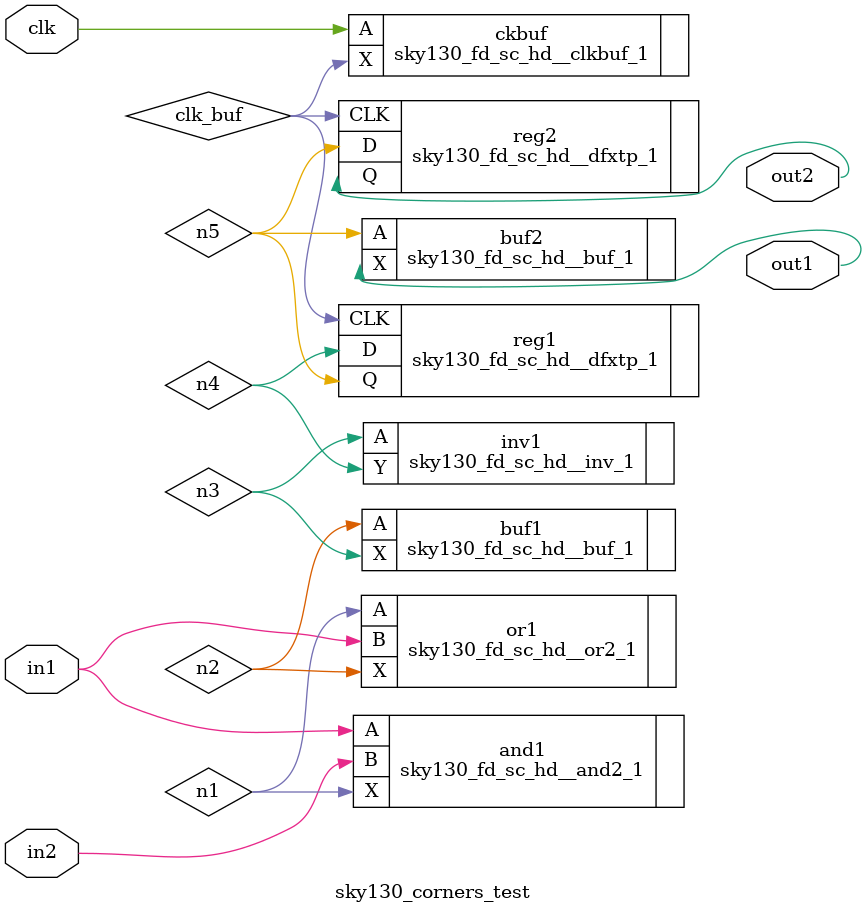
<source format=v>
module sky130_corners_test (clk, in1, in2, out1, out2);
  input clk, in1, in2;
  output out1, out2;
  wire n1, n2, n3, n4, n5, clk_buf;

  sky130_fd_sc_hd__clkbuf_1 ckbuf (.A(clk), .X(clk_buf));

  sky130_fd_sc_hd__and2_1 and1 (.A(in1), .B(in2), .X(n1));
  sky130_fd_sc_hd__or2_1  or1  (.A(n1),  .B(in1), .X(n2));
  sky130_fd_sc_hd__buf_1  buf1 (.A(n2),  .X(n3));
  sky130_fd_sc_hd__inv_1  inv1 (.A(n3),  .Y(n4));

  sky130_fd_sc_hd__dfxtp_1 reg1 (.D(n4), .CLK(clk_buf), .Q(n5));
  sky130_fd_sc_hd__buf_1   buf2 (.A(n5), .X(out1));

  sky130_fd_sc_hd__dfxtp_1 reg2 (.D(n5), .CLK(clk_buf), .Q(out2));
endmodule

</source>
